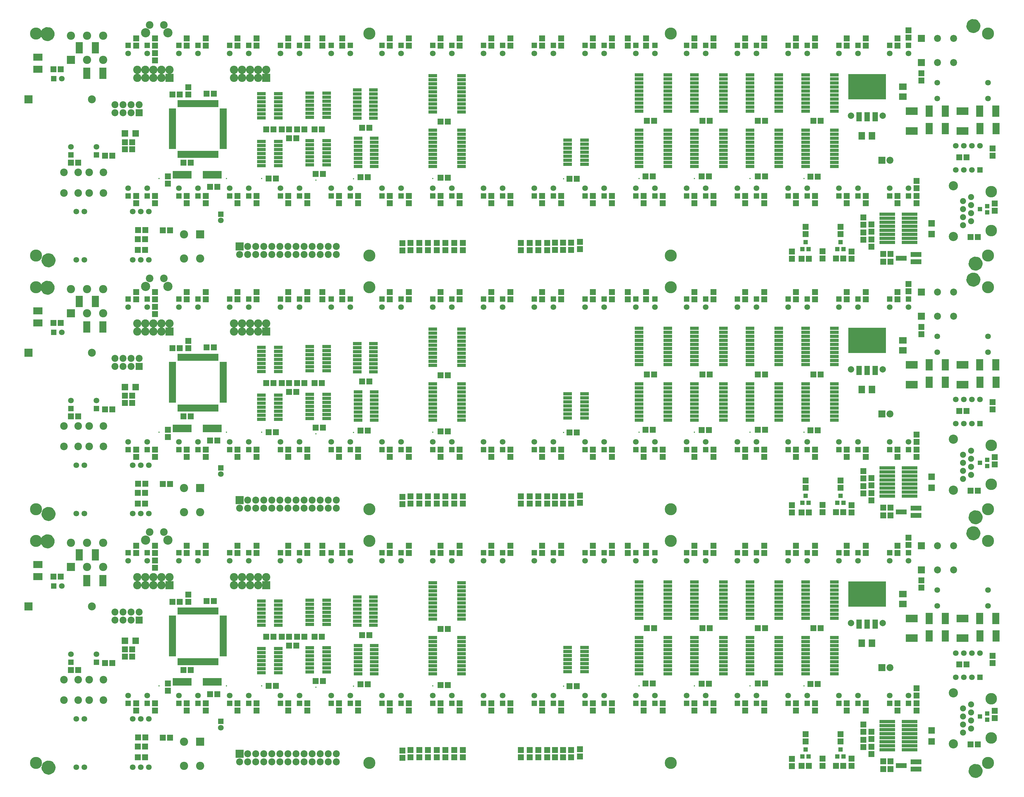
<source format=gts>
G04 Layer_Color=8388736*
%FSLAX25Y25*%
%MOIN*%
G70*
G01*
G75*
%ADD53R,0.05512X0.05512*%
%ADD55R,0.05512X0.05512*%
%ADD56R,0.07087X0.07087*%
%ADD57C,0.07087*%
%ADD63C,0.09842*%
%ADD73C,0.14764*%
%ADD74R,0.08575X0.14175*%
%ADD75R,0.07175X0.07575*%
%ADD76R,0.07575X0.07175*%
%ADD77R,0.07975X0.07975*%
%ADD78R,0.23228X0.09449*%
%ADD79R,0.11024X0.03937*%
%ADD80R,0.09449X0.07874*%
%ADD81R,0.07874X0.09449*%
%ADD82R,0.06575X0.11575*%
%ADD83R,0.46575X0.31575*%
%ADD84R,0.07975X0.07975*%
%ADD85R,0.14567X0.09449*%
%ADD86R,0.03347X0.08661*%
%ADD87R,0.08661X0.03347*%
%ADD88R,0.13386X0.06299*%
%ADD89R,0.11575X0.09075*%
%ADD90R,0.19291X0.03937*%
%ADD91C,0.09449*%
%ADD92R,0.07087X0.07087*%
%ADD93R,0.08661X0.08661*%
%ADD94C,0.08661*%
%ADD95C,0.10236*%
%ADD96R,0.10236X0.10236*%
%ADD97C,0.14961*%
%ADD98R,0.09842X0.09842*%
%ADD99C,0.11417*%
%ADD100C,0.07874*%
%ADD101C,0.07480*%
%ADD102C,0.14370*%
%ADD103C,0.01575*%
%ADD104C,0.00063*%
D53*
X990158Y47244D02*
D03*
X994158Y55944D02*
D03*
X998032Y47244D02*
D03*
X1033465D02*
D03*
X1037465Y55944D02*
D03*
X1041339Y47244D02*
D03*
X990158Y362205D02*
D03*
X994158Y370905D02*
D03*
X998032Y362205D02*
D03*
X1033465D02*
D03*
X1037465Y370905D02*
D03*
X1041339Y362205D02*
D03*
X990158Y677165D02*
D03*
X994158Y685865D02*
D03*
X998032Y677165D02*
D03*
X1033465D02*
D03*
X1037465Y685865D02*
D03*
X1041339Y677165D02*
D03*
D55*
X1219535Y93035D02*
D03*
Y100535D02*
D03*
X1210673Y96866D02*
D03*
X1219535Y407996D02*
D03*
Y415496D02*
D03*
X1210673Y411827D02*
D03*
X1219535Y722957D02*
D03*
Y730457D02*
D03*
X1210673Y726787D02*
D03*
D56*
X468504Y113189D02*
D03*
X594488D02*
D03*
X681102D02*
D03*
X1098425D02*
D03*
X82677Y164370D02*
D03*
X114173D02*
D03*
X468504Y300197D02*
D03*
X594488D02*
D03*
X618110D02*
D03*
X744095D02*
D03*
X303150D02*
D03*
X807087D02*
D03*
X153543Y113189D02*
D03*
X61221Y259055D02*
D03*
X279528Y113189D02*
D03*
X240158D02*
D03*
X216535D02*
D03*
X342520D02*
D03*
X366142D02*
D03*
X303150D02*
D03*
X492126D02*
D03*
X429134D02*
D03*
X618110D02*
D03*
X555118D02*
D03*
X720472D02*
D03*
X744095D02*
D03*
X846457D02*
D03*
X807087D02*
D03*
X972441D02*
D03*
X933071D02*
D03*
X909449D02*
D03*
X1059055D02*
D03*
X1035433D02*
D03*
X153543Y300197D02*
D03*
X216535D02*
D03*
X240158D02*
D03*
X279528D02*
D03*
X342520D02*
D03*
X366142D02*
D03*
X429134D02*
D03*
X492126D02*
D03*
X555118D02*
D03*
X681102D02*
D03*
X720472D02*
D03*
X846457D02*
D03*
X909449D02*
D03*
X933071D02*
D03*
X972441D02*
D03*
X1035433D02*
D03*
X1059055D02*
D03*
X1098425D02*
D03*
X177165D02*
D03*
X783465D02*
D03*
X870079D02*
D03*
X996063D02*
D03*
X1122047D02*
D03*
X177165Y113189D02*
D03*
X405512D02*
D03*
X870079D02*
D03*
X657480D02*
D03*
X783465D02*
D03*
X531496D02*
D03*
X1122047D02*
D03*
X996063D02*
D03*
X405512Y300197D02*
D03*
X531496D02*
D03*
X657480D02*
D03*
X468504Y428150D02*
D03*
X594488D02*
D03*
X681102D02*
D03*
X1098425D02*
D03*
X82677Y479331D02*
D03*
X114173D02*
D03*
X468504Y615158D02*
D03*
X594488D02*
D03*
X618110D02*
D03*
X744095D02*
D03*
X303150D02*
D03*
X807087D02*
D03*
X153543Y428150D02*
D03*
X61221Y574016D02*
D03*
X279528Y428150D02*
D03*
X240158D02*
D03*
X216535D02*
D03*
X342520D02*
D03*
X366142D02*
D03*
X303150D02*
D03*
X492126D02*
D03*
X429134D02*
D03*
X618110D02*
D03*
X555118D02*
D03*
X720472D02*
D03*
X744095D02*
D03*
X846457D02*
D03*
X807087D02*
D03*
X972441D02*
D03*
X933071D02*
D03*
X909449D02*
D03*
X1059055D02*
D03*
X1035433D02*
D03*
X153543Y615158D02*
D03*
X216535D02*
D03*
X240158D02*
D03*
X279528D02*
D03*
X342520D02*
D03*
X366142D02*
D03*
X429134D02*
D03*
X492126D02*
D03*
X555118D02*
D03*
X681102D02*
D03*
X720472D02*
D03*
X846457D02*
D03*
X909449D02*
D03*
X933071D02*
D03*
X972441D02*
D03*
X1035433D02*
D03*
X1059055D02*
D03*
X1098425D02*
D03*
X177165D02*
D03*
X783465D02*
D03*
X870079D02*
D03*
X996063D02*
D03*
X1122047D02*
D03*
X177165Y428150D02*
D03*
X405512D02*
D03*
X870079D02*
D03*
X657480D02*
D03*
X783465D02*
D03*
X531496D02*
D03*
X1122047D02*
D03*
X996063D02*
D03*
X405512Y615158D02*
D03*
X531496D02*
D03*
X657480D02*
D03*
X468504Y743110D02*
D03*
X594488D02*
D03*
X681102D02*
D03*
X1098425D02*
D03*
X82677Y794291D02*
D03*
X114173D02*
D03*
X468504Y930118D02*
D03*
X594488D02*
D03*
X618110D02*
D03*
X744095D02*
D03*
X303150D02*
D03*
X807087D02*
D03*
X153543Y743110D02*
D03*
X61221Y888976D02*
D03*
X279528Y743110D02*
D03*
X240158D02*
D03*
X216535D02*
D03*
X342520D02*
D03*
X366142D02*
D03*
X303150D02*
D03*
X492126D02*
D03*
X429134D02*
D03*
X618110D02*
D03*
X555118D02*
D03*
X720472D02*
D03*
X744095D02*
D03*
X846457D02*
D03*
X807087D02*
D03*
X972441D02*
D03*
X933071D02*
D03*
X909449D02*
D03*
X1059055D02*
D03*
X1035433D02*
D03*
X153543Y930118D02*
D03*
X216535D02*
D03*
X240158D02*
D03*
X279528D02*
D03*
X342520D02*
D03*
X366142D02*
D03*
X429134D02*
D03*
X492126D02*
D03*
X555118D02*
D03*
X681102D02*
D03*
X720472D02*
D03*
X846457D02*
D03*
X909449D02*
D03*
X933071D02*
D03*
X972441D02*
D03*
X1035433D02*
D03*
X1059055D02*
D03*
X1098425D02*
D03*
X177165D02*
D03*
X783465D02*
D03*
X870079D02*
D03*
X996063D02*
D03*
X1122047D02*
D03*
X177165Y743110D02*
D03*
X405512D02*
D03*
X870079D02*
D03*
X657480D02*
D03*
X783465D02*
D03*
X531496D02*
D03*
X1122047D02*
D03*
X996063D02*
D03*
X405512Y930118D02*
D03*
X531496D02*
D03*
X657480D02*
D03*
D57*
X169095Y33858D02*
D03*
X169291Y93898D02*
D03*
X468504Y123031D02*
D03*
X594488D02*
D03*
X681102D02*
D03*
X1098425D02*
D03*
X82677Y174213D02*
D03*
X114173D02*
D03*
X468504Y290354D02*
D03*
X594488D02*
D03*
X618110D02*
D03*
X744095D02*
D03*
X303150D02*
D03*
X807087D02*
D03*
X153543Y123031D02*
D03*
X71063Y259055D02*
D03*
X268701Y82874D02*
D03*
X279528Y123031D02*
D03*
X240158D02*
D03*
X216535D02*
D03*
X342520D02*
D03*
X366142D02*
D03*
X303150D02*
D03*
X492126D02*
D03*
X429134D02*
D03*
X618110D02*
D03*
X555118D02*
D03*
X720472D02*
D03*
X744095D02*
D03*
X846457D02*
D03*
X807087D02*
D03*
X972441D02*
D03*
X933071D02*
D03*
X909449D02*
D03*
X1059055D02*
D03*
X1035433D02*
D03*
X1157480Y253937D02*
D03*
Y234252D02*
D03*
X1220472Y253937D02*
D03*
Y234252D02*
D03*
X153543Y290354D02*
D03*
X216535D02*
D03*
X240158D02*
D03*
X279528D02*
D03*
X342520D02*
D03*
X366142D02*
D03*
X429134D02*
D03*
X492126D02*
D03*
X555118D02*
D03*
X681102D02*
D03*
X720472D02*
D03*
X846457D02*
D03*
X909449D02*
D03*
X933071D02*
D03*
X972441D02*
D03*
X1035433D02*
D03*
X1059055D02*
D03*
X1098425D02*
D03*
X1200630Y145669D02*
D03*
X1190630D02*
D03*
Y175669D02*
D03*
X1200630D02*
D03*
X1180630Y145669D02*
D03*
X1210630Y175669D02*
D03*
X1180630D02*
D03*
X177165Y290354D02*
D03*
X783465D02*
D03*
X870079D02*
D03*
X996063D02*
D03*
X1122047D02*
D03*
X177165Y123031D02*
D03*
X405512D02*
D03*
X870079D02*
D03*
X657480D02*
D03*
X783465D02*
D03*
X531496D02*
D03*
X1122047D02*
D03*
X996063D02*
D03*
X405512Y290354D02*
D03*
X89173Y93898D02*
D03*
X99173D02*
D03*
Y33898D02*
D03*
X89173D02*
D03*
X159173Y93898D02*
D03*
Y33898D02*
D03*
X179173Y93898D02*
D03*
Y33898D02*
D03*
X531496Y290354D02*
D03*
X657480D02*
D03*
X169095Y348819D02*
D03*
X169291Y408858D02*
D03*
X468504Y437992D02*
D03*
X594488D02*
D03*
X681102D02*
D03*
X1098425D02*
D03*
X82677Y489173D02*
D03*
X114173D02*
D03*
X468504Y605315D02*
D03*
X594488D02*
D03*
X618110D02*
D03*
X744095D02*
D03*
X303150D02*
D03*
X807087D02*
D03*
X153543Y437992D02*
D03*
X71063Y574016D02*
D03*
X268701Y397835D02*
D03*
X279528Y437992D02*
D03*
X240158D02*
D03*
X216535D02*
D03*
X342520D02*
D03*
X366142D02*
D03*
X303150D02*
D03*
X492126D02*
D03*
X429134D02*
D03*
X618110D02*
D03*
X555118D02*
D03*
X720472D02*
D03*
X744095D02*
D03*
X846457D02*
D03*
X807087D02*
D03*
X972441D02*
D03*
X933071D02*
D03*
X909449D02*
D03*
X1059055D02*
D03*
X1035433D02*
D03*
X1157480Y568898D02*
D03*
Y549213D02*
D03*
X1220472Y568898D02*
D03*
Y549213D02*
D03*
X153543Y605315D02*
D03*
X216535D02*
D03*
X240158D02*
D03*
X279528D02*
D03*
X342520D02*
D03*
X366142D02*
D03*
X429134D02*
D03*
X492126D02*
D03*
X555118D02*
D03*
X681102D02*
D03*
X720472D02*
D03*
X846457D02*
D03*
X909449D02*
D03*
X933071D02*
D03*
X972441D02*
D03*
X1035433D02*
D03*
X1059055D02*
D03*
X1098425D02*
D03*
X1200630Y460630D02*
D03*
X1190630D02*
D03*
Y490630D02*
D03*
X1200630D02*
D03*
X1180630Y460630D02*
D03*
X1210630Y490630D02*
D03*
X1180630D02*
D03*
X177165Y605315D02*
D03*
X783465D02*
D03*
X870079D02*
D03*
X996063D02*
D03*
X1122047D02*
D03*
X177165Y437992D02*
D03*
X405512D02*
D03*
X870079D02*
D03*
X657480D02*
D03*
X783465D02*
D03*
X531496D02*
D03*
X1122047D02*
D03*
X996063D02*
D03*
X405512Y605315D02*
D03*
X89173Y408858D02*
D03*
X99173D02*
D03*
Y348858D02*
D03*
X89173D02*
D03*
X159173Y408858D02*
D03*
Y348858D02*
D03*
X179173Y408858D02*
D03*
Y348858D02*
D03*
X531496Y605315D02*
D03*
X657480D02*
D03*
X169095Y663779D02*
D03*
X169291Y723819D02*
D03*
X468504Y752953D02*
D03*
X594488D02*
D03*
X681102D02*
D03*
X1098425D02*
D03*
X82677Y804134D02*
D03*
X114173D02*
D03*
X468504Y920276D02*
D03*
X594488D02*
D03*
X618110D02*
D03*
X744095D02*
D03*
X303150D02*
D03*
X807087D02*
D03*
X153543Y752953D02*
D03*
X71063Y888976D02*
D03*
X268701Y712795D02*
D03*
X279528Y752953D02*
D03*
X240158D02*
D03*
X216535D02*
D03*
X342520D02*
D03*
X366142D02*
D03*
X303150D02*
D03*
X492126D02*
D03*
X429134D02*
D03*
X618110D02*
D03*
X555118D02*
D03*
X720472D02*
D03*
X744095D02*
D03*
X846457D02*
D03*
X807087D02*
D03*
X972441D02*
D03*
X933071D02*
D03*
X909449D02*
D03*
X1059055D02*
D03*
X1035433D02*
D03*
X1157480Y883858D02*
D03*
Y864173D02*
D03*
X1220472Y883858D02*
D03*
Y864173D02*
D03*
X153543Y920276D02*
D03*
X216535D02*
D03*
X240158D02*
D03*
X279528D02*
D03*
X342520D02*
D03*
X366142D02*
D03*
X429134D02*
D03*
X492126D02*
D03*
X555118D02*
D03*
X681102D02*
D03*
X720472D02*
D03*
X846457D02*
D03*
X909449D02*
D03*
X933071D02*
D03*
X972441D02*
D03*
X1035433D02*
D03*
X1059055D02*
D03*
X1098425D02*
D03*
X1200630Y775591D02*
D03*
X1190630D02*
D03*
Y805591D02*
D03*
X1200630D02*
D03*
X1180630Y775591D02*
D03*
X1210630Y805591D02*
D03*
X1180630D02*
D03*
X177165Y920276D02*
D03*
X783465D02*
D03*
X870079D02*
D03*
X996063D02*
D03*
X1122047D02*
D03*
X177165Y752953D02*
D03*
X405512D02*
D03*
X870079D02*
D03*
X657480D02*
D03*
X783465D02*
D03*
X531496D02*
D03*
X1122047D02*
D03*
X996063D02*
D03*
X405512Y920276D02*
D03*
X89173Y723819D02*
D03*
X99173D02*
D03*
Y663819D02*
D03*
X89173D02*
D03*
X159173Y723819D02*
D03*
Y663819D02*
D03*
X179173Y723819D02*
D03*
Y663819D02*
D03*
X531496Y920276D02*
D03*
X657480D02*
D03*
D63*
X108465Y233465D02*
D03*
Y548425D02*
D03*
Y863386D02*
D03*
D73*
X1206594Y29331D02*
G03*
X1206594Y29331I-1476J0D01*
G01*
X1203839Y324410D02*
G03*
X1203839Y324410I-1476J0D01*
G01*
X55020Y314370D02*
G03*
X55020Y314370I-1476J0D01*
G01*
X56201Y33465D02*
G03*
X56201Y33465I-1476J0D01*
G01*
X1206594Y344291D02*
G03*
X1206594Y344291I-1476J0D01*
G01*
X1203839Y639370D02*
G03*
X1203839Y639370I-1476J0D01*
G01*
X55020Y629331D02*
G03*
X55020Y629331I-1476J0D01*
G01*
X56201Y348425D02*
G03*
X56201Y348425I-1476J0D01*
G01*
X1206594Y659252D02*
G03*
X1206594Y659252I-1476J0D01*
G01*
X1203839Y954331D02*
G03*
X1203839Y954331I-1476J0D01*
G01*
X55020Y944291D02*
G03*
X55020Y944291I-1476J0D01*
G01*
X56201Y663386D02*
G03*
X56201Y663386I-1476J0D01*
G01*
D74*
X102165Y265551D02*
D03*
X122165D02*
D03*
X112795Y297441D02*
D03*
X92795D02*
D03*
X1210630Y196850D02*
D03*
X1230630D02*
D03*
X1147638D02*
D03*
X1167638D02*
D03*
X1147638Y218504D02*
D03*
X1167638D02*
D03*
X1230315D02*
D03*
X1210315D02*
D03*
X102165Y580512D02*
D03*
X122165D02*
D03*
X112795Y612402D02*
D03*
X92795D02*
D03*
X1210630Y511811D02*
D03*
X1230630D02*
D03*
X1147638D02*
D03*
X1167638D02*
D03*
X1147638Y533465D02*
D03*
X1167638D02*
D03*
X1230315D02*
D03*
X1210315D02*
D03*
X102165Y895472D02*
D03*
X122165D02*
D03*
X112795Y927362D02*
D03*
X92795D02*
D03*
X1210630Y826772D02*
D03*
X1230630D02*
D03*
X1147638D02*
D03*
X1167638D02*
D03*
X1147638Y848425D02*
D03*
X1167638D02*
D03*
X1230315D02*
D03*
X1210315D02*
D03*
D75*
X312992Y113331D02*
D03*
Y104331D02*
D03*
X375984Y113331D02*
D03*
Y104331D02*
D03*
X438976Y113331D02*
D03*
Y104331D02*
D03*
X501968Y113331D02*
D03*
Y104331D02*
D03*
X942913Y113331D02*
D03*
Y104331D02*
D03*
X1005906Y113331D02*
D03*
Y104331D02*
D03*
X1075787Y59197D02*
D03*
Y50197D02*
D03*
X1068898Y113331D02*
D03*
Y104331D02*
D03*
X1131890Y113331D02*
D03*
Y104331D02*
D03*
X1137795Y256748D02*
D03*
Y265748D02*
D03*
X202756Y128795D02*
D03*
Y137795D02*
D03*
X226378Y113331D02*
D03*
Y104331D02*
D03*
X228346Y248173D02*
D03*
Y239173D02*
D03*
X226378Y300055D02*
D03*
Y309055D02*
D03*
X289370Y300055D02*
D03*
Y309055D02*
D03*
X352362Y113331D02*
D03*
Y104331D02*
D03*
Y300055D02*
D03*
Y309055D02*
D03*
X415354Y113331D02*
D03*
Y104331D02*
D03*
X419291Y300055D02*
D03*
Y309055D02*
D03*
X478346Y113331D02*
D03*
Y104331D02*
D03*
X501968Y300055D02*
D03*
Y309055D02*
D03*
X541339Y113331D02*
D03*
Y104331D02*
D03*
X564961Y300055D02*
D03*
Y309055D02*
D03*
X627953Y300055D02*
D03*
Y309055D02*
D03*
X773622Y300055D02*
D03*
Y309055D02*
D03*
X796260Y300055D02*
D03*
Y309055D02*
D03*
X856299Y300055D02*
D03*
Y309055D02*
D03*
X919291Y300055D02*
D03*
Y309055D02*
D03*
X982283Y113331D02*
D03*
Y104331D02*
D03*
Y300055D02*
D03*
Y309055D02*
D03*
X1015158Y44630D02*
D03*
Y35630D02*
D03*
X1005906Y300055D02*
D03*
Y309055D02*
D03*
X1045276Y113331D02*
D03*
Y104331D02*
D03*
Y300055D02*
D03*
Y309055D02*
D03*
X1075787Y77898D02*
D03*
Y68898D02*
D03*
X1068898Y300055D02*
D03*
Y309055D02*
D03*
X1108268Y300055D02*
D03*
Y309055D02*
D03*
X1122047Y309898D02*
D03*
Y318898D02*
D03*
X312992Y300055D02*
D03*
Y309055D02*
D03*
X493748Y54728D02*
D03*
Y45728D02*
D03*
X504000Y55134D02*
D03*
Y46134D02*
D03*
X536480Y55134D02*
D03*
Y46134D02*
D03*
X525654Y55134D02*
D03*
Y46134D02*
D03*
X568961Y55134D02*
D03*
Y46134D02*
D03*
X558134Y55134D02*
D03*
Y46134D02*
D03*
X651752Y55134D02*
D03*
Y46134D02*
D03*
X683248Y55228D02*
D03*
Y46228D02*
D03*
X673406Y55134D02*
D03*
Y46134D02*
D03*
X703248Y55228D02*
D03*
Y46228D02*
D03*
X714248Y56228D02*
D03*
Y47228D02*
D03*
X1226173Y163240D02*
D03*
Y172240D02*
D03*
X187008Y113331D02*
D03*
Y104331D02*
D03*
X564961Y113331D02*
D03*
Y104331D02*
D03*
X627953Y113331D02*
D03*
Y104331D02*
D03*
X690945Y113331D02*
D03*
Y104331D02*
D03*
X753937Y113331D02*
D03*
Y104331D02*
D03*
X816929Y113331D02*
D03*
Y104331D02*
D03*
X1065945Y86756D02*
D03*
Y77756D02*
D03*
X163386Y113331D02*
D03*
Y104331D02*
D03*
Y300055D02*
D03*
Y309055D02*
D03*
X250000Y113331D02*
D03*
Y104331D02*
D03*
Y300055D02*
D03*
Y309055D02*
D03*
X187008Y300055D02*
D03*
Y309055D02*
D03*
X394685Y300055D02*
D03*
Y309055D02*
D03*
X375984Y300055D02*
D03*
Y309055D02*
D03*
X478346Y300055D02*
D03*
Y309055D02*
D03*
X604331Y113331D02*
D03*
Y104331D02*
D03*
Y300055D02*
D03*
Y309055D02*
D03*
X541339Y300055D02*
D03*
Y309055D02*
D03*
X667323Y113331D02*
D03*
Y104331D02*
D03*
X730315Y113331D02*
D03*
Y104331D02*
D03*
X753937Y300055D02*
D03*
Y309055D02*
D03*
X730315Y300055D02*
D03*
Y309055D02*
D03*
X690945Y300055D02*
D03*
Y309055D02*
D03*
X667323Y300055D02*
D03*
Y309055D02*
D03*
X793307Y113331D02*
D03*
Y104331D02*
D03*
X856299Y113331D02*
D03*
Y104331D02*
D03*
X879921Y300055D02*
D03*
Y309055D02*
D03*
X977362Y35291D02*
D03*
Y44291D02*
D03*
X994094Y74945D02*
D03*
Y65945D02*
D03*
X919291Y113331D02*
D03*
Y104331D02*
D03*
X942913Y300055D02*
D03*
Y309055D02*
D03*
X1051181Y44433D02*
D03*
Y35433D02*
D03*
X1065945Y58913D02*
D03*
Y67913D02*
D03*
X1037402Y74945D02*
D03*
Y65945D02*
D03*
X1108268Y113331D02*
D03*
Y104331D02*
D03*
X1228898Y103831D02*
D03*
Y94831D02*
D03*
X187008Y290496D02*
D03*
Y281496D02*
D03*
X514827Y55134D02*
D03*
Y46134D02*
D03*
X640925Y55134D02*
D03*
Y46134D02*
D03*
X547307Y55134D02*
D03*
Y46134D02*
D03*
X693248Y55228D02*
D03*
Y46228D02*
D03*
X662579Y55134D02*
D03*
Y46134D02*
D03*
X879921Y113331D02*
D03*
Y104331D02*
D03*
X289370Y113331D02*
D03*
Y104331D02*
D03*
X1131890Y132032D02*
D03*
Y123031D02*
D03*
X312992Y428291D02*
D03*
Y419291D02*
D03*
X375984Y428291D02*
D03*
Y419291D02*
D03*
X438976Y428291D02*
D03*
Y419291D02*
D03*
X501968Y428291D02*
D03*
Y419291D02*
D03*
X942913Y428291D02*
D03*
Y419291D02*
D03*
X1005906Y428291D02*
D03*
Y419291D02*
D03*
X1075787Y374158D02*
D03*
Y365158D02*
D03*
X1068898Y428291D02*
D03*
Y419291D02*
D03*
X1131890Y428291D02*
D03*
Y419291D02*
D03*
X1137795Y571709D02*
D03*
Y580709D02*
D03*
X202756Y443756D02*
D03*
Y452756D02*
D03*
X226378Y428291D02*
D03*
Y419291D02*
D03*
X228346Y563134D02*
D03*
Y554134D02*
D03*
X226378Y615016D02*
D03*
Y624016D02*
D03*
X289370Y615016D02*
D03*
Y624016D02*
D03*
X352362Y428291D02*
D03*
Y419291D02*
D03*
Y615016D02*
D03*
Y624016D02*
D03*
X415354Y428291D02*
D03*
Y419291D02*
D03*
X419291Y615016D02*
D03*
Y624016D02*
D03*
X478346Y428291D02*
D03*
Y419291D02*
D03*
X501968Y615016D02*
D03*
Y624016D02*
D03*
X541339Y428291D02*
D03*
Y419291D02*
D03*
X564961Y615016D02*
D03*
Y624016D02*
D03*
X627953Y615016D02*
D03*
Y624016D02*
D03*
X773622Y615016D02*
D03*
Y624016D02*
D03*
X796260Y615016D02*
D03*
Y624016D02*
D03*
X856299Y615016D02*
D03*
Y624016D02*
D03*
X919291Y615016D02*
D03*
Y624016D02*
D03*
X982283Y428291D02*
D03*
Y419291D02*
D03*
Y615016D02*
D03*
Y624016D02*
D03*
X1015158Y359591D02*
D03*
Y350590D02*
D03*
X1005906Y615016D02*
D03*
Y624016D02*
D03*
X1045276Y428291D02*
D03*
Y419291D02*
D03*
Y615016D02*
D03*
Y624016D02*
D03*
X1075787Y392858D02*
D03*
Y383858D02*
D03*
X1068898Y615016D02*
D03*
Y624016D02*
D03*
X1108268Y615016D02*
D03*
Y624016D02*
D03*
X1122047Y624858D02*
D03*
Y633858D02*
D03*
X312992Y615016D02*
D03*
Y624016D02*
D03*
X493748Y369689D02*
D03*
Y360689D02*
D03*
X504000Y370094D02*
D03*
Y361094D02*
D03*
X536480Y370094D02*
D03*
Y361094D02*
D03*
X525654Y370094D02*
D03*
Y361094D02*
D03*
X568961Y370094D02*
D03*
Y361094D02*
D03*
X558134Y370094D02*
D03*
Y361094D02*
D03*
X651752Y370094D02*
D03*
Y361094D02*
D03*
X683248Y370189D02*
D03*
Y361189D02*
D03*
X673406Y370094D02*
D03*
Y361094D02*
D03*
X703248Y370189D02*
D03*
Y361189D02*
D03*
X714248Y371189D02*
D03*
Y362189D02*
D03*
X1226173Y478201D02*
D03*
Y487201D02*
D03*
X187008Y428291D02*
D03*
Y419291D02*
D03*
X564961Y428291D02*
D03*
Y419291D02*
D03*
X627953Y428291D02*
D03*
Y419291D02*
D03*
X690945Y428291D02*
D03*
Y419291D02*
D03*
X753937Y428291D02*
D03*
Y419291D02*
D03*
X816929Y428291D02*
D03*
Y419291D02*
D03*
X1065945Y401717D02*
D03*
Y392717D02*
D03*
X163386Y428291D02*
D03*
Y419291D02*
D03*
Y615016D02*
D03*
Y624016D02*
D03*
X250000Y428291D02*
D03*
Y419291D02*
D03*
Y615016D02*
D03*
Y624016D02*
D03*
X187008Y615016D02*
D03*
Y624016D02*
D03*
X394685Y615016D02*
D03*
Y624016D02*
D03*
X375984Y615016D02*
D03*
Y624016D02*
D03*
X478346Y615016D02*
D03*
Y624016D02*
D03*
X604331Y428291D02*
D03*
Y419291D02*
D03*
Y615016D02*
D03*
Y624016D02*
D03*
X541339Y615016D02*
D03*
Y624016D02*
D03*
X667323Y428291D02*
D03*
Y419291D02*
D03*
X730315Y428291D02*
D03*
Y419291D02*
D03*
X753937Y615016D02*
D03*
Y624016D02*
D03*
X730315Y615016D02*
D03*
Y624016D02*
D03*
X690945Y615016D02*
D03*
Y624016D02*
D03*
X667323Y615016D02*
D03*
Y624016D02*
D03*
X793307Y428291D02*
D03*
Y419291D02*
D03*
X856299Y428291D02*
D03*
Y419291D02*
D03*
X879921Y615016D02*
D03*
Y624016D02*
D03*
X977362Y350252D02*
D03*
Y359252D02*
D03*
X994094Y389906D02*
D03*
Y380906D02*
D03*
X919291Y428291D02*
D03*
Y419291D02*
D03*
X942913Y615016D02*
D03*
Y624016D02*
D03*
X1051181Y359394D02*
D03*
Y350394D02*
D03*
X1065945Y373874D02*
D03*
Y382874D02*
D03*
X1037402Y389906D02*
D03*
Y380906D02*
D03*
X1108268Y428291D02*
D03*
Y419291D02*
D03*
X1228898Y418791D02*
D03*
Y409791D02*
D03*
X187008Y605457D02*
D03*
Y596457D02*
D03*
X514827Y370094D02*
D03*
Y361094D02*
D03*
X640925Y370094D02*
D03*
Y361094D02*
D03*
X547307Y370094D02*
D03*
Y361094D02*
D03*
X693248Y370189D02*
D03*
Y361189D02*
D03*
X662579Y370094D02*
D03*
Y361094D02*
D03*
X879921Y428291D02*
D03*
Y419291D02*
D03*
X289370Y428291D02*
D03*
Y419291D02*
D03*
X1131890Y446992D02*
D03*
Y437992D02*
D03*
X312992Y743252D02*
D03*
Y734252D02*
D03*
X375984Y743252D02*
D03*
Y734252D02*
D03*
X438976Y743252D02*
D03*
Y734252D02*
D03*
X501968Y743252D02*
D03*
Y734252D02*
D03*
X942913Y743252D02*
D03*
Y734252D02*
D03*
X1005906Y743252D02*
D03*
Y734252D02*
D03*
X1075787Y689118D02*
D03*
Y680118D02*
D03*
X1068898Y743252D02*
D03*
Y734252D02*
D03*
X1131890Y743252D02*
D03*
Y734252D02*
D03*
X1137795Y886669D02*
D03*
Y895669D02*
D03*
X202756Y758716D02*
D03*
Y767717D02*
D03*
X226378Y743252D02*
D03*
Y734252D02*
D03*
X228346Y878094D02*
D03*
Y869094D02*
D03*
X226378Y929976D02*
D03*
Y938976D02*
D03*
X289370Y929976D02*
D03*
Y938976D02*
D03*
X352362Y743252D02*
D03*
Y734252D02*
D03*
Y929976D02*
D03*
Y938976D02*
D03*
X415354Y743252D02*
D03*
Y734252D02*
D03*
X419291Y929976D02*
D03*
Y938976D02*
D03*
X478346Y743252D02*
D03*
Y734252D02*
D03*
X501968Y929976D02*
D03*
Y938976D02*
D03*
X541339Y743252D02*
D03*
Y734252D02*
D03*
X564961Y929976D02*
D03*
Y938976D02*
D03*
X627953Y929976D02*
D03*
Y938976D02*
D03*
X773622Y929976D02*
D03*
Y938976D02*
D03*
X796260Y929976D02*
D03*
Y938976D02*
D03*
X856299Y929976D02*
D03*
Y938976D02*
D03*
X919291Y929976D02*
D03*
Y938976D02*
D03*
X982283Y743252D02*
D03*
Y734252D02*
D03*
Y929976D02*
D03*
Y938976D02*
D03*
X1015158Y674551D02*
D03*
Y665551D02*
D03*
X1005906Y929976D02*
D03*
Y938976D02*
D03*
X1045276Y743252D02*
D03*
Y734252D02*
D03*
Y929976D02*
D03*
Y938976D02*
D03*
X1075787Y707819D02*
D03*
Y698819D02*
D03*
X1068898Y929976D02*
D03*
Y938976D02*
D03*
X1108268Y929976D02*
D03*
Y938976D02*
D03*
X1122047Y939819D02*
D03*
Y948819D02*
D03*
X312992Y929976D02*
D03*
Y938976D02*
D03*
X493748Y684650D02*
D03*
Y675650D02*
D03*
X504000Y685055D02*
D03*
Y676055D02*
D03*
X536480Y685055D02*
D03*
Y676055D02*
D03*
X525654Y685055D02*
D03*
Y676055D02*
D03*
X568961Y685055D02*
D03*
Y676055D02*
D03*
X558134Y685055D02*
D03*
Y676055D02*
D03*
X651752Y685055D02*
D03*
Y676055D02*
D03*
X683248Y685150D02*
D03*
Y676150D02*
D03*
X673406Y685055D02*
D03*
Y676055D02*
D03*
X703248Y685150D02*
D03*
Y676150D02*
D03*
X714248Y686150D02*
D03*
Y677150D02*
D03*
X1226173Y793161D02*
D03*
Y802161D02*
D03*
X187008Y743252D02*
D03*
Y734252D02*
D03*
X564961Y743252D02*
D03*
Y734252D02*
D03*
X627953Y743252D02*
D03*
Y734252D02*
D03*
X690945Y743252D02*
D03*
Y734252D02*
D03*
X753937Y743252D02*
D03*
Y734252D02*
D03*
X816929Y743252D02*
D03*
Y734252D02*
D03*
X1065945Y716677D02*
D03*
Y707677D02*
D03*
X163386Y743252D02*
D03*
Y734252D02*
D03*
Y929976D02*
D03*
Y938976D02*
D03*
X250000Y743252D02*
D03*
Y734252D02*
D03*
Y929976D02*
D03*
Y938976D02*
D03*
X187008Y929976D02*
D03*
Y938976D02*
D03*
X394685Y929976D02*
D03*
Y938976D02*
D03*
X375984Y929976D02*
D03*
Y938976D02*
D03*
X478346Y929976D02*
D03*
Y938976D02*
D03*
X604331Y743252D02*
D03*
Y734252D02*
D03*
Y929976D02*
D03*
Y938976D02*
D03*
X541339Y929976D02*
D03*
Y938976D02*
D03*
X667323Y743252D02*
D03*
Y734252D02*
D03*
X730315Y743252D02*
D03*
Y734252D02*
D03*
X753937Y929976D02*
D03*
Y938976D02*
D03*
X730315Y929976D02*
D03*
Y938976D02*
D03*
X690945Y929976D02*
D03*
Y938976D02*
D03*
X667323Y929976D02*
D03*
Y938976D02*
D03*
X793307Y743252D02*
D03*
Y734252D02*
D03*
X856299Y743252D02*
D03*
Y734252D02*
D03*
X879921Y929976D02*
D03*
Y938976D02*
D03*
X977362Y665213D02*
D03*
Y674213D02*
D03*
X994094Y704866D02*
D03*
Y695866D02*
D03*
X919291Y743252D02*
D03*
Y734252D02*
D03*
X942913Y929976D02*
D03*
Y938976D02*
D03*
X1051181Y674354D02*
D03*
Y665354D02*
D03*
X1065945Y688835D02*
D03*
Y697835D02*
D03*
X1037402Y704866D02*
D03*
Y695866D02*
D03*
X1108268Y743252D02*
D03*
Y734252D02*
D03*
X1228898Y733752D02*
D03*
Y724752D02*
D03*
X187008Y920417D02*
D03*
Y911417D02*
D03*
X514827Y685055D02*
D03*
Y676055D02*
D03*
X640925Y685055D02*
D03*
Y676055D02*
D03*
X547307Y685055D02*
D03*
Y676055D02*
D03*
X693248Y685150D02*
D03*
Y676150D02*
D03*
X662579Y685055D02*
D03*
Y676055D02*
D03*
X879921Y743252D02*
D03*
Y734252D02*
D03*
X289370Y743252D02*
D03*
Y734252D02*
D03*
X1131890Y761953D02*
D03*
Y752953D02*
D03*
D76*
X344346Y195866D02*
D03*
X353346D02*
D03*
X174945Y71063D02*
D03*
X165945D02*
D03*
X205654Y70669D02*
D03*
X196653D02*
D03*
X264315Y124606D02*
D03*
X255315D02*
D03*
X362347Y185039D02*
D03*
X353346D02*
D03*
X1031748Y35630D02*
D03*
X1040748D02*
D03*
X149465Y180118D02*
D03*
X158465D02*
D03*
X70024Y270669D02*
D03*
X61024D02*
D03*
X395220Y140748D02*
D03*
X386221D02*
D03*
X336756Y134843D02*
D03*
X327756D02*
D03*
X333803Y195866D02*
D03*
X324803D02*
D03*
X393843D02*
D03*
X384842D02*
D03*
X372189D02*
D03*
X363189D02*
D03*
X450929Y136811D02*
D03*
X441929D02*
D03*
X452898Y197835D02*
D03*
X443898D02*
D03*
X550339Y135827D02*
D03*
X541339D02*
D03*
X550339Y205709D02*
D03*
X541339D02*
D03*
X710248Y134728D02*
D03*
X701248D02*
D03*
X804472Y137795D02*
D03*
X795472D02*
D03*
X806244Y206693D02*
D03*
X797244D02*
D03*
X944039Y137795D02*
D03*
X935039D02*
D03*
X944039Y206693D02*
D03*
X935039D02*
D03*
X1099551Y31496D02*
D03*
X1090551D02*
D03*
X124858Y163386D02*
D03*
X133858D02*
D03*
X82535Y154528D02*
D03*
X91535D02*
D03*
X222299D02*
D03*
X231299D02*
D03*
X208520Y239173D02*
D03*
X217520D02*
D03*
X259984Y240158D02*
D03*
X250984D02*
D03*
X998173Y35433D02*
D03*
X989173D02*
D03*
X1099551Y41339D02*
D03*
X1090551D02*
D03*
X1194039Y161417D02*
D03*
X1185039D02*
D03*
X1198740Y62398D02*
D03*
X1207740D02*
D03*
X174551Y59646D02*
D03*
X165551D02*
D03*
X174551Y46260D02*
D03*
X165551D02*
D03*
X149465Y171260D02*
D03*
X158465D02*
D03*
X874158Y137598D02*
D03*
X865158D02*
D03*
X875142Y206693D02*
D03*
X866142D02*
D03*
X1009197Y137205D02*
D03*
X1000197D02*
D03*
X1012937Y206693D02*
D03*
X1003937D02*
D03*
X344346Y510827D02*
D03*
X353346D02*
D03*
X174945Y386024D02*
D03*
X165945D02*
D03*
X205654Y385630D02*
D03*
X196653D02*
D03*
X264315Y439567D02*
D03*
X255315D02*
D03*
X362347Y500000D02*
D03*
X353346D02*
D03*
X1031748Y350590D02*
D03*
X1040748D02*
D03*
X149465Y495079D02*
D03*
X158465D02*
D03*
X70024Y585630D02*
D03*
X61024D02*
D03*
X395220Y455709D02*
D03*
X386221D02*
D03*
X336756Y449803D02*
D03*
X327756D02*
D03*
X333803Y510827D02*
D03*
X324803D02*
D03*
X393843D02*
D03*
X384842D02*
D03*
X372189D02*
D03*
X363189D02*
D03*
X450929Y451772D02*
D03*
X441929D02*
D03*
X452898Y512795D02*
D03*
X443898D02*
D03*
X550339Y450787D02*
D03*
X541339D02*
D03*
X550339Y520669D02*
D03*
X541339D02*
D03*
X710248Y449689D02*
D03*
X701248D02*
D03*
X804472Y452756D02*
D03*
X795472D02*
D03*
X806244Y521654D02*
D03*
X797244D02*
D03*
X944039Y452756D02*
D03*
X935039D02*
D03*
X944039Y521654D02*
D03*
X935039D02*
D03*
X1099551Y346457D02*
D03*
X1090551D02*
D03*
X124858Y478346D02*
D03*
X133858D02*
D03*
X82535Y469488D02*
D03*
X91535D02*
D03*
X222299D02*
D03*
X231299D02*
D03*
X208520Y554134D02*
D03*
X217520D02*
D03*
X259984Y555118D02*
D03*
X250984D02*
D03*
X998173Y350394D02*
D03*
X989173D02*
D03*
X1099551Y356299D02*
D03*
X1090551D02*
D03*
X1194039Y476378D02*
D03*
X1185039D02*
D03*
X1198740Y377358D02*
D03*
X1207740D02*
D03*
X174551Y374606D02*
D03*
X165551D02*
D03*
X174551Y361221D02*
D03*
X165551D02*
D03*
X149465Y486221D02*
D03*
X158465D02*
D03*
X874158Y452559D02*
D03*
X865158D02*
D03*
X875142Y521654D02*
D03*
X866142D02*
D03*
X1009197Y452165D02*
D03*
X1000197D02*
D03*
X1012937Y521654D02*
D03*
X1003937D02*
D03*
X344346Y825787D02*
D03*
X353346D02*
D03*
X174945Y700984D02*
D03*
X165945D02*
D03*
X205654Y700591D02*
D03*
X196653D02*
D03*
X264315Y754528D02*
D03*
X255315D02*
D03*
X362347Y814961D02*
D03*
X353346D02*
D03*
X1031748Y665551D02*
D03*
X1040748D02*
D03*
X149465Y810039D02*
D03*
X158465D02*
D03*
X70024Y900591D02*
D03*
X61024D02*
D03*
X395220Y770669D02*
D03*
X386221D02*
D03*
X336756Y764764D02*
D03*
X327756D02*
D03*
X333803Y825787D02*
D03*
X324803D02*
D03*
X393843D02*
D03*
X384842D02*
D03*
X372189D02*
D03*
X363189D02*
D03*
X450929Y766732D02*
D03*
X441929D02*
D03*
X452898Y827756D02*
D03*
X443898D02*
D03*
X550339Y765748D02*
D03*
X541339D02*
D03*
X550339Y835630D02*
D03*
X541339D02*
D03*
X710248Y764650D02*
D03*
X701248D02*
D03*
X804472Y767717D02*
D03*
X795472D02*
D03*
X806244Y836614D02*
D03*
X797244D02*
D03*
X944039Y767717D02*
D03*
X935039D02*
D03*
X944039Y836614D02*
D03*
X935039D02*
D03*
X1099551Y661417D02*
D03*
X1090551D02*
D03*
X124858Y793307D02*
D03*
X133858D02*
D03*
X82535Y784449D02*
D03*
X91535D02*
D03*
X222299D02*
D03*
X231299D02*
D03*
X208520Y869094D02*
D03*
X217520D02*
D03*
X259984Y870079D02*
D03*
X250984D02*
D03*
X998173Y665354D02*
D03*
X989173D02*
D03*
X1099551Y671260D02*
D03*
X1090551D02*
D03*
X1194039Y791339D02*
D03*
X1185039D02*
D03*
X1198740Y692319D02*
D03*
X1207740D02*
D03*
X174551Y689567D02*
D03*
X165551D02*
D03*
X174551Y676181D02*
D03*
X165551D02*
D03*
X149465Y801181D02*
D03*
X158465D02*
D03*
X874158Y767520D02*
D03*
X865158D02*
D03*
X875142Y836614D02*
D03*
X866142D02*
D03*
X1009197Y767126D02*
D03*
X1000197D02*
D03*
X1012937Y836614D02*
D03*
X1003937D02*
D03*
D77*
X149606Y190945D02*
D03*
X163006D02*
D03*
X149606Y505905D02*
D03*
X163006D02*
D03*
X149606Y820866D02*
D03*
X163006D02*
D03*
D78*
X257874Y139764D02*
D03*
X220472D02*
D03*
X257874Y454724D02*
D03*
X220472D02*
D03*
X257874Y769685D02*
D03*
X220472D02*
D03*
D79*
X318898Y235157D02*
D03*
Y230157D02*
D03*
Y240158D02*
D03*
Y225157D02*
D03*
X339913Y240158D02*
D03*
Y235157D02*
D03*
Y230157D02*
D03*
Y225157D02*
D03*
X318898Y215158D02*
D03*
Y210157D02*
D03*
X339913Y215158D02*
D03*
Y210157D02*
D03*
X318898Y220158D02*
D03*
X339913D02*
D03*
X378937Y236142D02*
D03*
Y231142D02*
D03*
Y241142D02*
D03*
Y226142D02*
D03*
X399953Y241142D02*
D03*
Y236142D02*
D03*
Y231142D02*
D03*
Y226142D02*
D03*
X378937Y216142D02*
D03*
Y211142D02*
D03*
X399953Y216142D02*
D03*
Y211142D02*
D03*
X378937Y221142D02*
D03*
X399953D02*
D03*
X437992Y240079D02*
D03*
Y245079D02*
D03*
Y230079D02*
D03*
Y225079D02*
D03*
Y235079D02*
D03*
Y215079D02*
D03*
Y210079D02*
D03*
X458024Y245079D02*
D03*
Y240079D02*
D03*
Y230079D02*
D03*
Y225079D02*
D03*
Y235079D02*
D03*
Y215079D02*
D03*
Y210079D02*
D03*
X437992Y220079D02*
D03*
X458024D02*
D03*
X787402Y258780D02*
D03*
Y253780D02*
D03*
Y248780D02*
D03*
Y263779D02*
D03*
X823181D02*
D03*
Y258780D02*
D03*
Y253780D02*
D03*
Y248780D02*
D03*
X787402Y238779D02*
D03*
Y223780D02*
D03*
Y218779D02*
D03*
Y233780D02*
D03*
Y228780D02*
D03*
X823181Y238779D02*
D03*
Y223780D02*
D03*
Y228780D02*
D03*
Y233780D02*
D03*
Y218779D02*
D03*
X787402Y243779D02*
D03*
X823181D02*
D03*
X925197Y258780D02*
D03*
Y253780D02*
D03*
Y248780D02*
D03*
Y263779D02*
D03*
X960976D02*
D03*
Y258780D02*
D03*
Y253780D02*
D03*
Y248780D02*
D03*
X925197Y238779D02*
D03*
Y223780D02*
D03*
Y218779D02*
D03*
Y233780D02*
D03*
Y228780D02*
D03*
X960976Y238779D02*
D03*
Y223780D02*
D03*
Y228780D02*
D03*
Y233780D02*
D03*
Y218779D02*
D03*
X925197Y243779D02*
D03*
X960976D02*
D03*
X318898Y176102D02*
D03*
Y171102D02*
D03*
Y181102D02*
D03*
Y166102D02*
D03*
X339913Y181102D02*
D03*
Y176102D02*
D03*
Y171102D02*
D03*
Y166102D02*
D03*
X318898Y156102D02*
D03*
Y151102D02*
D03*
X339913Y156102D02*
D03*
Y151102D02*
D03*
X318898Y161102D02*
D03*
X339913D02*
D03*
X378937Y177087D02*
D03*
Y172087D02*
D03*
Y182087D02*
D03*
Y167087D02*
D03*
X399953Y182087D02*
D03*
Y177087D02*
D03*
Y172087D02*
D03*
Y167087D02*
D03*
X378937Y157087D02*
D03*
Y152087D02*
D03*
X399953Y157087D02*
D03*
Y152087D02*
D03*
X378937Y162087D02*
D03*
X399953D02*
D03*
X438976Y180039D02*
D03*
Y185039D02*
D03*
Y170039D02*
D03*
Y165039D02*
D03*
Y175039D02*
D03*
Y155039D02*
D03*
Y150039D02*
D03*
X459008Y185039D02*
D03*
Y180039D02*
D03*
Y170039D02*
D03*
Y165039D02*
D03*
Y175039D02*
D03*
Y155039D02*
D03*
Y150039D02*
D03*
X438976Y160039D02*
D03*
X459008D02*
D03*
X698748Y177728D02*
D03*
Y172728D02*
D03*
Y182728D02*
D03*
Y167728D02*
D03*
X719764Y182728D02*
D03*
Y177728D02*
D03*
Y172728D02*
D03*
Y167728D02*
D03*
X698748Y157728D02*
D03*
Y152728D02*
D03*
X719764Y157728D02*
D03*
Y152728D02*
D03*
X698748Y162728D02*
D03*
X719764D02*
D03*
X925197Y189882D02*
D03*
Y184882D02*
D03*
Y179882D02*
D03*
Y194882D02*
D03*
X960976D02*
D03*
Y189882D02*
D03*
Y184882D02*
D03*
Y179882D02*
D03*
X925197Y169882D02*
D03*
Y154882D02*
D03*
Y149882D02*
D03*
Y164882D02*
D03*
Y159882D02*
D03*
X960976Y169882D02*
D03*
Y154882D02*
D03*
Y159882D02*
D03*
Y164882D02*
D03*
Y149882D02*
D03*
X925197Y174882D02*
D03*
X960976D02*
D03*
X531496Y257795D02*
D03*
Y252795D02*
D03*
Y247795D02*
D03*
Y262795D02*
D03*
X567276D02*
D03*
Y257795D02*
D03*
Y252795D02*
D03*
Y247795D02*
D03*
X531496Y237795D02*
D03*
Y222795D02*
D03*
Y217795D02*
D03*
Y232795D02*
D03*
Y227795D02*
D03*
X567276Y237795D02*
D03*
Y222795D02*
D03*
Y227795D02*
D03*
Y232795D02*
D03*
Y217795D02*
D03*
X531496Y242795D02*
D03*
X567276D02*
D03*
X856299Y258780D02*
D03*
Y253780D02*
D03*
Y248780D02*
D03*
Y263779D02*
D03*
X892079D02*
D03*
Y258780D02*
D03*
Y253780D02*
D03*
Y248780D02*
D03*
X856299Y238779D02*
D03*
Y223780D02*
D03*
Y218779D02*
D03*
Y233780D02*
D03*
Y228780D02*
D03*
X892079Y238779D02*
D03*
Y223780D02*
D03*
Y228780D02*
D03*
Y233780D02*
D03*
Y218779D02*
D03*
X856299Y243779D02*
D03*
X892079D02*
D03*
X994094Y258780D02*
D03*
Y253780D02*
D03*
Y248780D02*
D03*
Y263779D02*
D03*
X1029874D02*
D03*
Y258780D02*
D03*
Y253780D02*
D03*
Y248780D02*
D03*
X994094Y238779D02*
D03*
Y223780D02*
D03*
Y218779D02*
D03*
Y233780D02*
D03*
Y228780D02*
D03*
X1029874Y238779D02*
D03*
Y223780D02*
D03*
Y228780D02*
D03*
Y233780D02*
D03*
Y218779D02*
D03*
X994094Y243779D02*
D03*
X1029874D02*
D03*
X856299Y189882D02*
D03*
Y184882D02*
D03*
Y179882D02*
D03*
Y194882D02*
D03*
X892079D02*
D03*
Y189882D02*
D03*
Y184882D02*
D03*
Y179882D02*
D03*
X856299Y169882D02*
D03*
Y154882D02*
D03*
Y149882D02*
D03*
Y164882D02*
D03*
Y159882D02*
D03*
X892079Y169882D02*
D03*
Y154882D02*
D03*
Y159882D02*
D03*
Y164882D02*
D03*
Y149882D02*
D03*
X856299Y174882D02*
D03*
X892079D02*
D03*
X787402Y189882D02*
D03*
Y184882D02*
D03*
Y179882D02*
D03*
Y194882D02*
D03*
X823181D02*
D03*
Y189882D02*
D03*
Y184882D02*
D03*
Y179882D02*
D03*
X787402Y169882D02*
D03*
Y154882D02*
D03*
Y149882D02*
D03*
Y164882D02*
D03*
Y159882D02*
D03*
X823181Y169882D02*
D03*
Y154882D02*
D03*
Y159882D02*
D03*
Y164882D02*
D03*
Y149882D02*
D03*
X787402Y174882D02*
D03*
X823181D02*
D03*
X531496Y189882D02*
D03*
Y184882D02*
D03*
Y179882D02*
D03*
Y194882D02*
D03*
X567276D02*
D03*
Y189882D02*
D03*
Y184882D02*
D03*
Y179882D02*
D03*
X531496Y169882D02*
D03*
Y154882D02*
D03*
Y149882D02*
D03*
Y164882D02*
D03*
Y159882D02*
D03*
X567276Y169882D02*
D03*
Y154882D02*
D03*
Y159882D02*
D03*
Y164882D02*
D03*
Y149882D02*
D03*
X531496Y174882D02*
D03*
X567276D02*
D03*
X994094Y189882D02*
D03*
Y184882D02*
D03*
Y179882D02*
D03*
Y194882D02*
D03*
X1029874D02*
D03*
Y189882D02*
D03*
Y184882D02*
D03*
Y179882D02*
D03*
X994094Y169882D02*
D03*
Y154882D02*
D03*
Y149882D02*
D03*
Y164882D02*
D03*
Y159882D02*
D03*
X1029874Y169882D02*
D03*
Y154882D02*
D03*
Y159882D02*
D03*
Y164882D02*
D03*
Y149882D02*
D03*
X994094Y174882D02*
D03*
X1029874D02*
D03*
X318898Y550118D02*
D03*
Y545118D02*
D03*
Y555118D02*
D03*
Y540118D02*
D03*
X339913Y555118D02*
D03*
Y550118D02*
D03*
Y545118D02*
D03*
Y540118D02*
D03*
X318898Y530118D02*
D03*
Y525118D02*
D03*
X339913Y530118D02*
D03*
Y525118D02*
D03*
X318898Y535118D02*
D03*
X339913D02*
D03*
X378937Y551102D02*
D03*
Y546102D02*
D03*
Y556102D02*
D03*
Y541102D02*
D03*
X399953Y556102D02*
D03*
Y551102D02*
D03*
Y546102D02*
D03*
Y541102D02*
D03*
X378937Y531102D02*
D03*
Y526102D02*
D03*
X399953Y531102D02*
D03*
Y526102D02*
D03*
X378937Y536102D02*
D03*
X399953D02*
D03*
X437992Y555039D02*
D03*
Y560039D02*
D03*
Y545039D02*
D03*
Y540039D02*
D03*
Y550039D02*
D03*
Y530039D02*
D03*
Y525039D02*
D03*
X458024Y560039D02*
D03*
Y555039D02*
D03*
Y545039D02*
D03*
Y540039D02*
D03*
Y550039D02*
D03*
Y530039D02*
D03*
Y525039D02*
D03*
X437992Y535039D02*
D03*
X458024D02*
D03*
X787402Y573740D02*
D03*
Y568740D02*
D03*
Y563740D02*
D03*
Y578740D02*
D03*
X823181D02*
D03*
Y573740D02*
D03*
Y568740D02*
D03*
Y563740D02*
D03*
X787402Y553740D02*
D03*
Y538740D02*
D03*
Y533740D02*
D03*
Y548740D02*
D03*
Y543740D02*
D03*
X823181Y553740D02*
D03*
Y538740D02*
D03*
Y543740D02*
D03*
Y548740D02*
D03*
Y533740D02*
D03*
X787402Y558740D02*
D03*
X823181D02*
D03*
X925197Y573740D02*
D03*
Y568740D02*
D03*
Y563740D02*
D03*
Y578740D02*
D03*
X960976D02*
D03*
Y573740D02*
D03*
Y568740D02*
D03*
Y563740D02*
D03*
X925197Y553740D02*
D03*
Y538740D02*
D03*
Y533740D02*
D03*
Y548740D02*
D03*
Y543740D02*
D03*
X960976Y553740D02*
D03*
Y538740D02*
D03*
Y543740D02*
D03*
Y548740D02*
D03*
Y533740D02*
D03*
X925197Y558740D02*
D03*
X960976D02*
D03*
X318898Y491063D02*
D03*
Y486063D02*
D03*
Y496063D02*
D03*
Y481063D02*
D03*
X339913Y496063D02*
D03*
Y491063D02*
D03*
Y486063D02*
D03*
Y481063D02*
D03*
X318898Y471063D02*
D03*
Y466063D02*
D03*
X339913Y471063D02*
D03*
Y466063D02*
D03*
X318898Y476063D02*
D03*
X339913D02*
D03*
X378937Y492047D02*
D03*
Y487047D02*
D03*
Y497047D02*
D03*
Y482047D02*
D03*
X399953Y497047D02*
D03*
Y492047D02*
D03*
Y487047D02*
D03*
Y482047D02*
D03*
X378937Y472047D02*
D03*
Y467047D02*
D03*
X399953Y472047D02*
D03*
Y467047D02*
D03*
X378937Y477047D02*
D03*
X399953D02*
D03*
X438976Y495000D02*
D03*
Y500000D02*
D03*
Y485000D02*
D03*
Y480000D02*
D03*
Y490000D02*
D03*
Y470000D02*
D03*
Y465000D02*
D03*
X459008Y500000D02*
D03*
Y495000D02*
D03*
Y485000D02*
D03*
Y480000D02*
D03*
Y490000D02*
D03*
Y470000D02*
D03*
Y465000D02*
D03*
X438976Y475000D02*
D03*
X459008D02*
D03*
X698748Y492689D02*
D03*
Y487689D02*
D03*
Y497689D02*
D03*
Y482689D02*
D03*
X719764Y497689D02*
D03*
Y492689D02*
D03*
Y487689D02*
D03*
Y482689D02*
D03*
X698748Y472689D02*
D03*
Y467689D02*
D03*
X719764Y472689D02*
D03*
Y467689D02*
D03*
X698748Y477689D02*
D03*
X719764D02*
D03*
X925197Y504843D02*
D03*
Y499843D02*
D03*
Y494842D02*
D03*
Y509842D02*
D03*
X960976D02*
D03*
Y504843D02*
D03*
Y499843D02*
D03*
Y494842D02*
D03*
X925197Y484842D02*
D03*
Y469842D02*
D03*
Y464843D02*
D03*
Y479843D02*
D03*
Y474843D02*
D03*
X960976Y484842D02*
D03*
Y469842D02*
D03*
Y474843D02*
D03*
Y479843D02*
D03*
Y464843D02*
D03*
X925197Y489843D02*
D03*
X960976D02*
D03*
X531496Y572756D02*
D03*
Y567756D02*
D03*
Y562756D02*
D03*
Y577756D02*
D03*
X567276D02*
D03*
Y572756D02*
D03*
Y567756D02*
D03*
Y562756D02*
D03*
X531496Y552756D02*
D03*
Y537756D02*
D03*
Y532756D02*
D03*
Y547756D02*
D03*
Y542756D02*
D03*
X567276Y552756D02*
D03*
Y537756D02*
D03*
Y542756D02*
D03*
Y547756D02*
D03*
Y532756D02*
D03*
X531496Y557756D02*
D03*
X567276D02*
D03*
X856299Y573740D02*
D03*
Y568740D02*
D03*
Y563740D02*
D03*
Y578740D02*
D03*
X892079D02*
D03*
Y573740D02*
D03*
Y568740D02*
D03*
Y563740D02*
D03*
X856299Y553740D02*
D03*
Y538740D02*
D03*
Y533740D02*
D03*
Y548740D02*
D03*
Y543740D02*
D03*
X892079Y553740D02*
D03*
Y538740D02*
D03*
Y543740D02*
D03*
Y548740D02*
D03*
Y533740D02*
D03*
X856299Y558740D02*
D03*
X892079D02*
D03*
X994094Y573740D02*
D03*
Y568740D02*
D03*
Y563740D02*
D03*
Y578740D02*
D03*
X1029874D02*
D03*
Y573740D02*
D03*
Y568740D02*
D03*
Y563740D02*
D03*
X994094Y553740D02*
D03*
Y538740D02*
D03*
Y533740D02*
D03*
Y548740D02*
D03*
Y543740D02*
D03*
X1029874Y553740D02*
D03*
Y538740D02*
D03*
Y543740D02*
D03*
Y548740D02*
D03*
Y533740D02*
D03*
X994094Y558740D02*
D03*
X1029874D02*
D03*
X856299Y504843D02*
D03*
Y499843D02*
D03*
Y494842D02*
D03*
Y509842D02*
D03*
X892079D02*
D03*
Y504843D02*
D03*
Y499843D02*
D03*
Y494842D02*
D03*
X856299Y484842D02*
D03*
Y469842D02*
D03*
Y464843D02*
D03*
Y479843D02*
D03*
Y474843D02*
D03*
X892079Y484842D02*
D03*
Y469842D02*
D03*
Y474843D02*
D03*
Y479843D02*
D03*
Y464843D02*
D03*
X856299Y489843D02*
D03*
X892079D02*
D03*
X787402Y504843D02*
D03*
Y499843D02*
D03*
Y494842D02*
D03*
Y509842D02*
D03*
X823181D02*
D03*
Y504843D02*
D03*
Y499843D02*
D03*
Y494842D02*
D03*
X787402Y484842D02*
D03*
Y469842D02*
D03*
Y464843D02*
D03*
Y479843D02*
D03*
Y474843D02*
D03*
X823181Y484842D02*
D03*
Y469842D02*
D03*
Y474843D02*
D03*
Y479843D02*
D03*
Y464843D02*
D03*
X787402Y489843D02*
D03*
X823181D02*
D03*
X531496Y504843D02*
D03*
Y499843D02*
D03*
Y494842D02*
D03*
Y509842D02*
D03*
X567276D02*
D03*
Y504843D02*
D03*
Y499843D02*
D03*
Y494842D02*
D03*
X531496Y484842D02*
D03*
Y469842D02*
D03*
Y464843D02*
D03*
Y479843D02*
D03*
Y474843D02*
D03*
X567276Y484842D02*
D03*
Y469842D02*
D03*
Y474843D02*
D03*
Y479843D02*
D03*
Y464843D02*
D03*
X531496Y489843D02*
D03*
X567276D02*
D03*
X994094Y504843D02*
D03*
Y499843D02*
D03*
Y494842D02*
D03*
Y509842D02*
D03*
X1029874D02*
D03*
Y504843D02*
D03*
Y499843D02*
D03*
Y494842D02*
D03*
X994094Y484842D02*
D03*
Y469842D02*
D03*
Y464843D02*
D03*
Y479843D02*
D03*
Y474843D02*
D03*
X1029874Y484842D02*
D03*
Y469842D02*
D03*
Y474843D02*
D03*
Y479843D02*
D03*
Y464843D02*
D03*
X994094Y489843D02*
D03*
X1029874D02*
D03*
X318898Y865079D02*
D03*
Y860079D02*
D03*
Y870079D02*
D03*
Y855079D02*
D03*
X339913Y870079D02*
D03*
Y865079D02*
D03*
Y860079D02*
D03*
Y855079D02*
D03*
X318898Y845079D02*
D03*
Y840079D02*
D03*
X339913Y845079D02*
D03*
Y840079D02*
D03*
X318898Y850079D02*
D03*
X339913D02*
D03*
X378937Y866063D02*
D03*
Y861063D02*
D03*
Y871063D02*
D03*
Y856063D02*
D03*
X399953Y871063D02*
D03*
Y866063D02*
D03*
Y861063D02*
D03*
Y856063D02*
D03*
X378937Y846063D02*
D03*
Y841063D02*
D03*
X399953Y846063D02*
D03*
Y841063D02*
D03*
X378937Y851063D02*
D03*
X399953D02*
D03*
X437992Y870000D02*
D03*
Y875000D02*
D03*
Y860000D02*
D03*
Y855000D02*
D03*
Y865000D02*
D03*
Y845000D02*
D03*
Y840000D02*
D03*
X458024Y875000D02*
D03*
Y870000D02*
D03*
Y860000D02*
D03*
Y855000D02*
D03*
Y865000D02*
D03*
Y845000D02*
D03*
Y840000D02*
D03*
X437992Y850000D02*
D03*
X458024D02*
D03*
X787402Y888701D02*
D03*
Y883701D02*
D03*
Y878701D02*
D03*
Y893701D02*
D03*
X823181D02*
D03*
Y888701D02*
D03*
Y883701D02*
D03*
Y878701D02*
D03*
X787402Y868701D02*
D03*
Y853701D02*
D03*
Y848701D02*
D03*
Y863701D02*
D03*
Y858701D02*
D03*
X823181Y868701D02*
D03*
Y853701D02*
D03*
Y858701D02*
D03*
Y863701D02*
D03*
Y848701D02*
D03*
X787402Y873701D02*
D03*
X823181D02*
D03*
X925197Y888701D02*
D03*
Y883701D02*
D03*
Y878701D02*
D03*
Y893701D02*
D03*
X960976D02*
D03*
Y888701D02*
D03*
Y883701D02*
D03*
Y878701D02*
D03*
X925197Y868701D02*
D03*
Y853701D02*
D03*
Y848701D02*
D03*
Y863701D02*
D03*
Y858701D02*
D03*
X960976Y868701D02*
D03*
Y853701D02*
D03*
Y858701D02*
D03*
Y863701D02*
D03*
Y848701D02*
D03*
X925197Y873701D02*
D03*
X960976D02*
D03*
X318898Y806024D02*
D03*
Y801024D02*
D03*
Y811024D02*
D03*
Y796024D02*
D03*
X339913Y811024D02*
D03*
Y806024D02*
D03*
Y801024D02*
D03*
Y796024D02*
D03*
X318898Y786024D02*
D03*
Y781024D02*
D03*
X339913Y786024D02*
D03*
Y781024D02*
D03*
X318898Y791024D02*
D03*
X339913D02*
D03*
X378937Y807008D02*
D03*
Y802008D02*
D03*
Y812008D02*
D03*
Y797008D02*
D03*
X399953Y812008D02*
D03*
Y807008D02*
D03*
Y802008D02*
D03*
Y797008D02*
D03*
X378937Y787008D02*
D03*
Y782008D02*
D03*
X399953Y787008D02*
D03*
Y782008D02*
D03*
X378937Y792008D02*
D03*
X399953D02*
D03*
X438976Y809961D02*
D03*
Y814961D02*
D03*
Y799961D02*
D03*
Y794961D02*
D03*
Y804961D02*
D03*
Y784961D02*
D03*
Y779961D02*
D03*
X459008Y814961D02*
D03*
Y809961D02*
D03*
Y799961D02*
D03*
Y794961D02*
D03*
Y804961D02*
D03*
Y784961D02*
D03*
Y779961D02*
D03*
X438976Y789961D02*
D03*
X459008D02*
D03*
X698748Y807650D02*
D03*
Y802650D02*
D03*
Y812650D02*
D03*
Y797650D02*
D03*
X719764Y812650D02*
D03*
Y807650D02*
D03*
Y802650D02*
D03*
Y797650D02*
D03*
X698748Y787650D02*
D03*
Y782650D02*
D03*
X719764Y787650D02*
D03*
Y782650D02*
D03*
X698748Y792650D02*
D03*
X719764D02*
D03*
X925197Y819803D02*
D03*
Y814803D02*
D03*
Y809803D02*
D03*
Y824803D02*
D03*
X960976D02*
D03*
Y819803D02*
D03*
Y814803D02*
D03*
Y809803D02*
D03*
X925197Y799803D02*
D03*
Y784803D02*
D03*
Y779803D02*
D03*
Y794803D02*
D03*
Y789803D02*
D03*
X960976Y799803D02*
D03*
Y784803D02*
D03*
Y789803D02*
D03*
Y794803D02*
D03*
Y779803D02*
D03*
X925197Y804803D02*
D03*
X960976D02*
D03*
X531496Y887716D02*
D03*
Y882716D02*
D03*
Y877717D02*
D03*
Y892717D02*
D03*
X567276D02*
D03*
Y887716D02*
D03*
Y882716D02*
D03*
Y877717D02*
D03*
X531496Y867717D02*
D03*
Y852717D02*
D03*
Y847717D02*
D03*
Y862716D02*
D03*
Y857716D02*
D03*
X567276Y867717D02*
D03*
Y852717D02*
D03*
Y857716D02*
D03*
Y862716D02*
D03*
Y847717D02*
D03*
X531496Y872717D02*
D03*
X567276D02*
D03*
X856299Y888701D02*
D03*
Y883701D02*
D03*
Y878701D02*
D03*
Y893701D02*
D03*
X892079D02*
D03*
Y888701D02*
D03*
Y883701D02*
D03*
Y878701D02*
D03*
X856299Y868701D02*
D03*
Y853701D02*
D03*
Y848701D02*
D03*
Y863701D02*
D03*
Y858701D02*
D03*
X892079Y868701D02*
D03*
Y853701D02*
D03*
Y858701D02*
D03*
Y863701D02*
D03*
Y848701D02*
D03*
X856299Y873701D02*
D03*
X892079D02*
D03*
X994094Y888701D02*
D03*
Y883701D02*
D03*
Y878701D02*
D03*
Y893701D02*
D03*
X1029874D02*
D03*
Y888701D02*
D03*
Y883701D02*
D03*
Y878701D02*
D03*
X994094Y868701D02*
D03*
Y853701D02*
D03*
Y848701D02*
D03*
Y863701D02*
D03*
Y858701D02*
D03*
X1029874Y868701D02*
D03*
Y853701D02*
D03*
Y858701D02*
D03*
Y863701D02*
D03*
Y848701D02*
D03*
X994094Y873701D02*
D03*
X1029874D02*
D03*
X856299Y819803D02*
D03*
Y814803D02*
D03*
Y809803D02*
D03*
Y824803D02*
D03*
X892079D02*
D03*
Y819803D02*
D03*
Y814803D02*
D03*
Y809803D02*
D03*
X856299Y799803D02*
D03*
Y784803D02*
D03*
Y779803D02*
D03*
Y794803D02*
D03*
Y789803D02*
D03*
X892079Y799803D02*
D03*
Y784803D02*
D03*
Y789803D02*
D03*
Y794803D02*
D03*
Y779803D02*
D03*
X856299Y804803D02*
D03*
X892079D02*
D03*
X787402Y819803D02*
D03*
Y814803D02*
D03*
Y809803D02*
D03*
Y824803D02*
D03*
X823181D02*
D03*
Y819803D02*
D03*
Y814803D02*
D03*
Y809803D02*
D03*
X787402Y799803D02*
D03*
Y784803D02*
D03*
Y779803D02*
D03*
Y794803D02*
D03*
Y789803D02*
D03*
X823181Y799803D02*
D03*
Y784803D02*
D03*
Y789803D02*
D03*
Y794803D02*
D03*
Y779803D02*
D03*
X787402Y804803D02*
D03*
X823181D02*
D03*
X531496Y819803D02*
D03*
Y814803D02*
D03*
Y809803D02*
D03*
Y824803D02*
D03*
X567276D02*
D03*
Y819803D02*
D03*
Y814803D02*
D03*
Y809803D02*
D03*
X531496Y799803D02*
D03*
Y784803D02*
D03*
Y779803D02*
D03*
Y794803D02*
D03*
Y789803D02*
D03*
X567276Y799803D02*
D03*
Y784803D02*
D03*
Y789803D02*
D03*
Y794803D02*
D03*
Y779803D02*
D03*
X531496Y804803D02*
D03*
X567276D02*
D03*
X994094Y819803D02*
D03*
Y814803D02*
D03*
Y809803D02*
D03*
Y824803D02*
D03*
X1029874D02*
D03*
Y819803D02*
D03*
Y814803D02*
D03*
Y809803D02*
D03*
X994094Y799803D02*
D03*
Y784803D02*
D03*
Y779803D02*
D03*
Y794803D02*
D03*
Y789803D02*
D03*
X1029874Y799803D02*
D03*
Y784803D02*
D03*
Y789803D02*
D03*
Y794803D02*
D03*
Y779803D02*
D03*
X994094Y804803D02*
D03*
X1029874D02*
D03*
D80*
X1115035Y236535D02*
D03*
Y249035D02*
D03*
Y551496D02*
D03*
Y563996D02*
D03*
Y866457D02*
D03*
Y878957D02*
D03*
D81*
X1064035Y188035D02*
D03*
X1076535D02*
D03*
X1064035Y502996D02*
D03*
X1076535D02*
D03*
X1064035Y817957D02*
D03*
X1076535D02*
D03*
D82*
X1060535Y211535D02*
D03*
X1080535D02*
D03*
X1070535D02*
D03*
X1060535Y526496D02*
D03*
X1080535D02*
D03*
X1070535D02*
D03*
X1060535Y841457D02*
D03*
X1080535D02*
D03*
X1070535D02*
D03*
D83*
Y249035D02*
D03*
Y563996D02*
D03*
Y878957D02*
D03*
D84*
X1150445Y79465D02*
D03*
Y66065D02*
D03*
Y394425D02*
D03*
Y381025D02*
D03*
Y709386D02*
D03*
Y695986D02*
D03*
D85*
X1188976Y218504D02*
D03*
Y194095D02*
D03*
X1125984Y218504D02*
D03*
Y194095D02*
D03*
X1188976Y533465D02*
D03*
Y509055D02*
D03*
X1125984Y533465D02*
D03*
Y509055D02*
D03*
X1188976Y848425D02*
D03*
Y824016D02*
D03*
X1125984Y848425D02*
D03*
Y824016D02*
D03*
D86*
X216535Y164961D02*
D03*
X219685D02*
D03*
X225984D02*
D03*
X222835D02*
D03*
X229134D02*
D03*
X232283D02*
D03*
X238583D02*
D03*
X235433D02*
D03*
X216535Y227953D02*
D03*
X219685D02*
D03*
X225984D02*
D03*
X222835D02*
D03*
X229134D02*
D03*
X232283D02*
D03*
X238583D02*
D03*
X235433D02*
D03*
X248031Y164961D02*
D03*
X260630D02*
D03*
X263779D02*
D03*
X257480D02*
D03*
X254331D02*
D03*
X251181D02*
D03*
X244882D02*
D03*
X248031Y227953D02*
D03*
X260630D02*
D03*
X263779D02*
D03*
X257480D02*
D03*
X254331D02*
D03*
X251181D02*
D03*
X244882D02*
D03*
X241732Y164961D02*
D03*
Y227953D02*
D03*
X216535Y479921D02*
D03*
X219685D02*
D03*
X225984D02*
D03*
X222835D02*
D03*
X229134D02*
D03*
X232283D02*
D03*
X238583D02*
D03*
X235433D02*
D03*
X216535Y542913D02*
D03*
X219685D02*
D03*
X225984D02*
D03*
X222835D02*
D03*
X229134D02*
D03*
X232283D02*
D03*
X238583D02*
D03*
X235433D02*
D03*
X248031Y479921D02*
D03*
X260630D02*
D03*
X263779D02*
D03*
X257480D02*
D03*
X254331D02*
D03*
X251181D02*
D03*
X244882D02*
D03*
X248031Y542913D02*
D03*
X260630D02*
D03*
X263779D02*
D03*
X257480D02*
D03*
X254331D02*
D03*
X251181D02*
D03*
X244882D02*
D03*
X241732Y479921D02*
D03*
Y542913D02*
D03*
X216535Y794882D02*
D03*
X219685D02*
D03*
X225984D02*
D03*
X222835D02*
D03*
X229134D02*
D03*
X232283D02*
D03*
X238583D02*
D03*
X235433D02*
D03*
X216535Y857874D02*
D03*
X219685D02*
D03*
X225984D02*
D03*
X222835D02*
D03*
X229134D02*
D03*
X232283D02*
D03*
X238583D02*
D03*
X235433D02*
D03*
X248031Y794882D02*
D03*
X260630D02*
D03*
X263779D02*
D03*
X257480D02*
D03*
X254331D02*
D03*
X251181D02*
D03*
X244882D02*
D03*
X248031Y857874D02*
D03*
X260630D02*
D03*
X263779D02*
D03*
X257480D02*
D03*
X254331D02*
D03*
X251181D02*
D03*
X244882D02*
D03*
X241732Y794882D02*
D03*
Y857874D02*
D03*
D87*
X208661Y173228D02*
D03*
Y198425D02*
D03*
Y201575D02*
D03*
Y188976D02*
D03*
Y192126D02*
D03*
Y195276D02*
D03*
Y179528D02*
D03*
Y182677D02*
D03*
Y185827D02*
D03*
Y217323D02*
D03*
Y220472D02*
D03*
Y207874D02*
D03*
Y211024D02*
D03*
Y214173D02*
D03*
X271654Y173228D02*
D03*
Y198425D02*
D03*
Y201575D02*
D03*
Y188976D02*
D03*
Y192126D02*
D03*
Y195276D02*
D03*
Y179528D02*
D03*
Y182677D02*
D03*
Y185827D02*
D03*
Y217323D02*
D03*
Y220472D02*
D03*
Y207874D02*
D03*
Y211024D02*
D03*
Y214173D02*
D03*
X208661Y204724D02*
D03*
Y176378D02*
D03*
X271654Y204724D02*
D03*
Y176378D02*
D03*
X208661Y488189D02*
D03*
Y513386D02*
D03*
Y516535D02*
D03*
Y503937D02*
D03*
Y507087D02*
D03*
Y510236D02*
D03*
Y494488D02*
D03*
Y497638D02*
D03*
Y500787D02*
D03*
Y532283D02*
D03*
Y535433D02*
D03*
Y522835D02*
D03*
Y525984D02*
D03*
Y529134D02*
D03*
X271654Y488189D02*
D03*
Y513386D02*
D03*
Y516535D02*
D03*
Y503937D02*
D03*
Y507087D02*
D03*
Y510236D02*
D03*
Y494488D02*
D03*
Y497638D02*
D03*
Y500787D02*
D03*
Y532283D02*
D03*
Y535433D02*
D03*
Y522835D02*
D03*
Y525984D02*
D03*
Y529134D02*
D03*
X208661Y519685D02*
D03*
Y491339D02*
D03*
X271654Y519685D02*
D03*
Y491339D02*
D03*
X208661Y803150D02*
D03*
Y828347D02*
D03*
Y831496D02*
D03*
Y818898D02*
D03*
Y822047D02*
D03*
Y825197D02*
D03*
Y809449D02*
D03*
Y812598D02*
D03*
Y815748D02*
D03*
Y847244D02*
D03*
Y850394D02*
D03*
Y837795D02*
D03*
Y840945D02*
D03*
Y844094D02*
D03*
X271654Y803150D02*
D03*
Y828347D02*
D03*
Y831496D02*
D03*
Y818898D02*
D03*
Y822047D02*
D03*
Y825197D02*
D03*
Y809449D02*
D03*
Y812598D02*
D03*
Y815748D02*
D03*
Y847244D02*
D03*
Y850394D02*
D03*
Y837795D02*
D03*
Y840945D02*
D03*
Y844094D02*
D03*
X208661Y834646D02*
D03*
Y806299D02*
D03*
X271654Y834646D02*
D03*
Y806299D02*
D03*
D88*
X1131299Y31496D02*
D03*
Y40551D02*
D03*
X1112795Y35827D02*
D03*
X1131299Y346457D02*
D03*
Y355512D02*
D03*
X1112795Y350787D02*
D03*
X1131299Y661417D02*
D03*
Y670472D02*
D03*
X1112795Y665748D02*
D03*
D89*
X41535Y270630D02*
D03*
Y285630D02*
D03*
Y585591D02*
D03*
Y600591D02*
D03*
Y900551D02*
D03*
Y915551D02*
D03*
D90*
X1095472Y90551D02*
D03*
Y85551D02*
D03*
X1123378Y90551D02*
D03*
Y85551D02*
D03*
X1095472Y70551D02*
D03*
Y55551D02*
D03*
Y60551D02*
D03*
Y65551D02*
D03*
Y75551D02*
D03*
X1123378D02*
D03*
Y65551D02*
D03*
Y55551D02*
D03*
Y60551D02*
D03*
Y70551D02*
D03*
X1095472Y80551D02*
D03*
X1123378D02*
D03*
X1095472Y405512D02*
D03*
Y400512D02*
D03*
X1123378Y405512D02*
D03*
Y400512D02*
D03*
X1095472Y385512D02*
D03*
Y370512D02*
D03*
Y375512D02*
D03*
Y380512D02*
D03*
Y390512D02*
D03*
X1123378D02*
D03*
Y380512D02*
D03*
Y370512D02*
D03*
Y375512D02*
D03*
Y385512D02*
D03*
X1095472Y395512D02*
D03*
X1123378D02*
D03*
X1095472Y720472D02*
D03*
Y715472D02*
D03*
X1123378Y720472D02*
D03*
Y715472D02*
D03*
X1095472Y700472D02*
D03*
Y685472D02*
D03*
Y690472D02*
D03*
Y695472D02*
D03*
Y705472D02*
D03*
X1123378D02*
D03*
Y695472D02*
D03*
Y685472D02*
D03*
Y690472D02*
D03*
Y700472D02*
D03*
X1095472Y710472D02*
D03*
X1123378D02*
D03*
D91*
X123031Y117126D02*
D03*
X105315D02*
D03*
X123031Y142717D02*
D03*
X105315D02*
D03*
X91535Y117126D02*
D03*
X73819D02*
D03*
X91535Y142717D02*
D03*
X73819D02*
D03*
X197835Y325787D02*
D03*
X180118D02*
D03*
X123031Y432087D02*
D03*
X105315D02*
D03*
X123031Y457677D02*
D03*
X105315D02*
D03*
X91535Y432087D02*
D03*
X73819D02*
D03*
X91535Y457677D02*
D03*
X73819D02*
D03*
X197835Y640748D02*
D03*
X180118D02*
D03*
X123031Y747047D02*
D03*
X105315D02*
D03*
X123031Y772638D02*
D03*
X105315D02*
D03*
X91535Y747047D02*
D03*
X73819D02*
D03*
X91535Y772638D02*
D03*
X73819D02*
D03*
X197835Y955709D02*
D03*
X180118D02*
D03*
D92*
X268701Y90748D02*
D03*
X1210630Y145669D02*
D03*
X268701Y405709D02*
D03*
X1210630Y460630D02*
D03*
X268701Y720669D02*
D03*
X1210630Y775591D02*
D03*
D93*
X1089035Y157535D02*
D03*
X167323Y216535D02*
D03*
X1137795Y309055D02*
D03*
Y279055D02*
D03*
X1089035Y472496D02*
D03*
X167323Y531496D02*
D03*
X1137795Y624016D02*
D03*
Y594016D02*
D03*
X1089035Y787457D02*
D03*
X167323Y846457D02*
D03*
X1137795Y938976D02*
D03*
Y908976D02*
D03*
D94*
X1099035Y157535D02*
D03*
X157323Y226535D02*
D03*
X147323D02*
D03*
X157323Y216535D02*
D03*
X147323D02*
D03*
X167323Y226535D02*
D03*
X137323D02*
D03*
Y216535D02*
D03*
X291748Y40728D02*
D03*
X301748D02*
D03*
Y50728D02*
D03*
X321748Y40728D02*
D03*
X331748D02*
D03*
X321748Y50728D02*
D03*
X331748D02*
D03*
X351748Y40728D02*
D03*
X361748D02*
D03*
X351748Y50728D02*
D03*
X361748D02*
D03*
X381748Y40728D02*
D03*
X391748D02*
D03*
X381748Y50728D02*
D03*
X391748D02*
D03*
X411748Y40728D02*
D03*
Y50728D02*
D03*
X311748Y40728D02*
D03*
X341748D02*
D03*
X371748D02*
D03*
X401748D02*
D03*
X311748Y50728D02*
D03*
X341748D02*
D03*
X371748D02*
D03*
X401748D02*
D03*
X1157795Y309055D02*
D03*
Y279055D02*
D03*
X1177795Y309055D02*
D03*
Y279055D02*
D03*
X1099035Y472496D02*
D03*
X157323Y541496D02*
D03*
X147323D02*
D03*
X157323Y531496D02*
D03*
X147323D02*
D03*
X167323Y541496D02*
D03*
X137323D02*
D03*
Y531496D02*
D03*
X291748Y355689D02*
D03*
X301748D02*
D03*
Y365689D02*
D03*
X321748Y355689D02*
D03*
X331748D02*
D03*
X321748Y365689D02*
D03*
X331748D02*
D03*
X351748Y355689D02*
D03*
X361748D02*
D03*
X351748Y365689D02*
D03*
X361748D02*
D03*
X381748Y355689D02*
D03*
X391748D02*
D03*
X381748Y365689D02*
D03*
X391748D02*
D03*
X411748Y355689D02*
D03*
Y365689D02*
D03*
X311748Y355689D02*
D03*
X341748D02*
D03*
X371748D02*
D03*
X401748D02*
D03*
X311748Y365689D02*
D03*
X341748D02*
D03*
X371748D02*
D03*
X401748D02*
D03*
X1157795Y624016D02*
D03*
Y594016D02*
D03*
X1177795Y624016D02*
D03*
Y594016D02*
D03*
X1099035Y787457D02*
D03*
X157323Y856457D02*
D03*
X147323D02*
D03*
X157323Y846457D02*
D03*
X147323D02*
D03*
X167323Y856457D02*
D03*
X137323D02*
D03*
Y846457D02*
D03*
X291748Y670650D02*
D03*
X301748D02*
D03*
Y680650D02*
D03*
X321748Y670650D02*
D03*
X331748D02*
D03*
X321748Y680650D02*
D03*
X331748D02*
D03*
X351748Y670650D02*
D03*
X361748D02*
D03*
X351748Y680650D02*
D03*
X361748D02*
D03*
X381748Y670650D02*
D03*
X391748D02*
D03*
X381748Y680650D02*
D03*
X391748D02*
D03*
X411748Y670650D02*
D03*
Y680650D02*
D03*
X311748Y670650D02*
D03*
X341748D02*
D03*
X371748D02*
D03*
X401748D02*
D03*
X311748Y680650D02*
D03*
X341748D02*
D03*
X371748D02*
D03*
X401748D02*
D03*
X1157795Y938976D02*
D03*
Y908976D02*
D03*
X1177795Y938976D02*
D03*
Y908976D02*
D03*
D95*
X82480Y312480D02*
D03*
X102480D02*
D03*
Y282480D02*
D03*
X122480Y312480D02*
D03*
Y282480D02*
D03*
X242717Y35551D02*
D03*
X222716D02*
D03*
Y65551D02*
D03*
X314803Y269843D02*
D03*
X304803D02*
D03*
X284803D02*
D03*
X314803Y259842D02*
D03*
X304803D02*
D03*
X284803D02*
D03*
X324803Y269843D02*
D03*
X294803D02*
D03*
Y259842D02*
D03*
X194724Y269843D02*
D03*
X184724D02*
D03*
X164724D02*
D03*
X194724Y259842D02*
D03*
X184724D02*
D03*
X164724D02*
D03*
X204724Y269843D02*
D03*
X174724D02*
D03*
Y259842D02*
D03*
X82480Y627441D02*
D03*
X102480D02*
D03*
Y597441D02*
D03*
X122480Y627441D02*
D03*
Y597441D02*
D03*
X242717Y350512D02*
D03*
X222716D02*
D03*
Y380512D02*
D03*
X314803Y584803D02*
D03*
X304803D02*
D03*
X284803D02*
D03*
X314803Y574803D02*
D03*
X304803D02*
D03*
X284803D02*
D03*
X324803Y584803D02*
D03*
X294803D02*
D03*
Y574803D02*
D03*
X194724Y584803D02*
D03*
X184724D02*
D03*
X164724D02*
D03*
X194724Y574803D02*
D03*
X184724D02*
D03*
X164724D02*
D03*
X204724Y584803D02*
D03*
X174724D02*
D03*
Y574803D02*
D03*
X82480Y942402D02*
D03*
X102480D02*
D03*
Y912402D02*
D03*
X122480Y942402D02*
D03*
Y912402D02*
D03*
X242717Y665472D02*
D03*
X222716D02*
D03*
Y695472D02*
D03*
X314803Y899764D02*
D03*
X304803D02*
D03*
X284803D02*
D03*
X314803Y889764D02*
D03*
X304803D02*
D03*
X284803D02*
D03*
X324803Y899764D02*
D03*
X294803D02*
D03*
Y889764D02*
D03*
X194724Y899764D02*
D03*
X184724D02*
D03*
X164724D02*
D03*
X194724Y889764D02*
D03*
X184724D02*
D03*
X164724D02*
D03*
X204724Y899764D02*
D03*
X174724D02*
D03*
Y889764D02*
D03*
D96*
X82480Y282480D02*
D03*
X242717Y65551D02*
D03*
X324803Y259842D02*
D03*
X204724D02*
D03*
X291748Y50728D02*
D03*
X82480Y597441D02*
D03*
X242717Y380512D02*
D03*
X324803Y574803D02*
D03*
X204724D02*
D03*
X291748Y365689D02*
D03*
X82480Y912402D02*
D03*
X242717Y695472D02*
D03*
X324803Y889764D02*
D03*
X204724D02*
D03*
X291748Y680650D02*
D03*
D97*
X452756Y314961D02*
D03*
Y39370D02*
D03*
X826772Y314961D02*
D03*
Y39370D02*
D03*
X1220472D02*
D03*
Y314961D02*
D03*
X39370Y39370D02*
D03*
Y314961D02*
D03*
X452756Y629921D02*
D03*
Y354331D02*
D03*
X826772Y629921D02*
D03*
Y354331D02*
D03*
X1220472D02*
D03*
Y629921D02*
D03*
X39370Y354331D02*
D03*
Y629921D02*
D03*
X452756Y944882D02*
D03*
Y669291D02*
D03*
X826772Y944882D02*
D03*
Y669291D02*
D03*
X1220472D02*
D03*
Y944882D02*
D03*
X39370Y669291D02*
D03*
Y944882D02*
D03*
D98*
X29724Y233465D02*
D03*
Y548425D02*
D03*
Y863386D02*
D03*
D99*
X175197Y315945D02*
D03*
X202756D02*
D03*
X1177685Y126130D02*
D03*
Y62941D02*
D03*
X175197Y630905D02*
D03*
X202756D02*
D03*
X1177685Y441090D02*
D03*
Y377902D02*
D03*
X175197Y945866D02*
D03*
X202756D02*
D03*
X1177685Y756051D02*
D03*
Y692862D02*
D03*
D100*
X1089905Y213035D02*
D03*
X1050535D02*
D03*
X1089905Y527996D02*
D03*
X1050535D02*
D03*
X1089905Y842957D02*
D03*
X1050535D02*
D03*
D101*
X1199535Y82035D02*
D03*
Y102035D02*
D03*
Y112035D02*
D03*
Y92035D02*
D03*
X1189535Y77035D02*
D03*
Y97035D02*
D03*
Y107035D02*
D03*
Y87035D02*
D03*
X1199535Y396996D02*
D03*
Y416996D02*
D03*
Y426996D02*
D03*
Y406996D02*
D03*
X1189535Y391996D02*
D03*
Y411996D02*
D03*
Y421996D02*
D03*
Y401996D02*
D03*
X1199535Y711957D02*
D03*
Y731957D02*
D03*
Y741957D02*
D03*
Y721957D02*
D03*
X1189535Y706957D02*
D03*
Y726957D02*
D03*
Y736957D02*
D03*
Y716957D02*
D03*
D102*
X1224535Y118748D02*
D03*
Y70323D02*
D03*
Y433709D02*
D03*
Y385283D02*
D03*
Y748669D02*
D03*
Y700244D02*
D03*
D103*
X191929Y134843D02*
D03*
X531496D02*
D03*
X856299D02*
D03*
X925197D02*
D03*
X275394D02*
D03*
X693748Y134728D02*
D03*
X787402Y134843D02*
D03*
X319291Y135039D02*
D03*
X386614Y133071D02*
D03*
X433071Y134646D02*
D03*
X992126Y135039D02*
D03*
X191929Y449803D02*
D03*
X531496D02*
D03*
X856299D02*
D03*
X925197D02*
D03*
X275394D02*
D03*
X693748Y449689D02*
D03*
X787402Y449803D02*
D03*
X319291Y450000D02*
D03*
X386614Y448032D02*
D03*
X433071Y449606D02*
D03*
X992126Y450000D02*
D03*
X191929Y764764D02*
D03*
X531496D02*
D03*
X856299D02*
D03*
X925197D02*
D03*
X275394D02*
D03*
X693748Y764650D02*
D03*
X787402Y764764D02*
D03*
X319291Y764961D02*
D03*
X386614Y762992D02*
D03*
X433071Y764567D02*
D03*
X992126Y764961D02*
D03*
D104*
X1082535Y108535D02*
D03*
X1090035Y116035D02*
D03*
X1127535Y241535D02*
D03*
X1161035Y87035D02*
D03*
X1150535Y90535D02*
D03*
X1093035Y188035D02*
D03*
X1141035Y158535D02*
D03*
X1083535Y143535D02*
D03*
X1174535Y77535D02*
D03*
X1148035Y166535D02*
D03*
X1115354Y150787D02*
D03*
X1218504Y108268D02*
D03*
X1082535Y423496D02*
D03*
X1090035Y430996D02*
D03*
X1127535Y556496D02*
D03*
X1161035Y401996D02*
D03*
X1150535Y405496D02*
D03*
X1093035Y502996D02*
D03*
X1141035Y473496D02*
D03*
X1083535Y458496D02*
D03*
X1174535Y392496D02*
D03*
X1148035Y481496D02*
D03*
X1115354Y465748D02*
D03*
X1218504Y423228D02*
D03*
X1082535Y738457D02*
D03*
X1090035Y745957D02*
D03*
X1127535Y871457D02*
D03*
X1161035Y716957D02*
D03*
X1150535Y720457D02*
D03*
X1093035Y817957D02*
D03*
X1141035Y788457D02*
D03*
X1083535Y773457D02*
D03*
X1174535Y707457D02*
D03*
X1148035Y796457D02*
D03*
X1115354Y780709D02*
D03*
X1218504Y738189D02*
D03*
M02*

</source>
